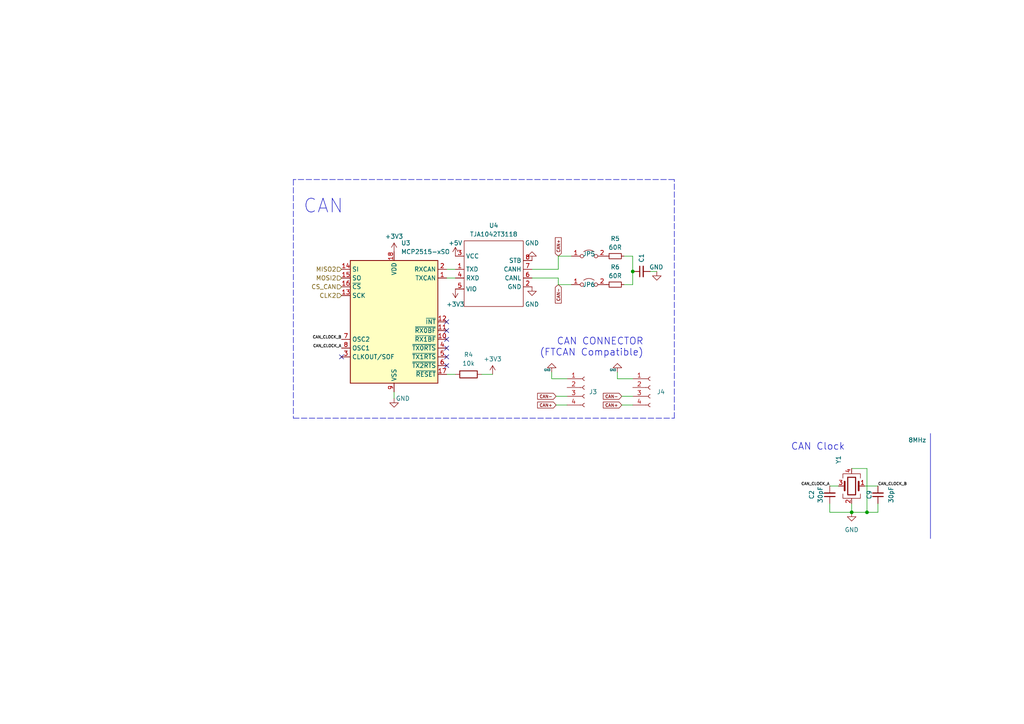
<source format=kicad_sch>
(kicad_sch (version 20211123) (generator eeschema)
  (paper "A4")
  (title_block (title "DashDash Mainboard") (date "2022-07-18") (rev "v2.0.0") (company "Churrosoft"))
  (lib_symbols
    (symbol "Connector:Conn_01x04_Female" (pin_names (offset 1.016) hide)
      (property "Reference" "J" (at 0 5.08 0))
      (property "Value" "Conn_01x04_Female" (at 0 -7.62 0))
      (symbol "Conn_01x04_Female_1_1"
        (arc (start 0 -4.572) (mid -0.508 -5.08) (end 0 -5.588) (stroke (width 0.1524)))
        (arc (start 0 -2.032) (mid -0.508 -2.54) (end 0 -3.048) (stroke (width 0.1524)))
        (polyline (pts (xy -1.27 -5.08) (xy -0.508 -5.08)) (stroke (width 0.1524)))
        (polyline (pts (xy -1.27 -2.54) (xy -0.508 -2.54)) (stroke (width 0.1524)))
        (polyline (pts (xy -1.27 0) (xy -0.508 0)) (stroke (width 0.1524)))
        (polyline (pts (xy -1.27 2.54) (xy -0.508 2.54)) (stroke (width 0.1524)))
        (arc (start 0 0.508) (mid -0.508 0) (end 0 -0.508) (stroke (width 0.1524)))
        (arc (start 0 3.048) (mid -0.508 2.54) (end 0 2.032) (stroke (width 0.1524)))
        (pin passive line (at -5.08 2.54 0) (length 3.81) (name "Pin_1") (number "1"))
        (pin passive line (at -5.08 0 0) (length 3.81) (name "Pin_2") (number "2"))
        (pin passive line (at -5.08 -2.54 0) (length 3.81) (name "Pin_3") (number "3"))
        (pin passive line (at -5.08 -5.08 0) (length 3.81) (name "Pin_4") (number "4"))
      )
    )
    (symbol "Device:C_Small" (pin_numbers hide) (pin_names (offset 0.254) hide)
      (property "Reference" "C" (at 0.254 1.778 0))
      (property "Value" "C_Small" (at 0.254 -2.032 0))
      (symbol "C_Small_0_1"
        (polyline (pts (xy -1.524 -0.508) (xy 1.524 -0.508)) (stroke (width 0.3302)))
        (polyline (pts (xy -1.524 0.508) (xy 1.524 0.508)) (stroke (width 0.3048)))
      )
      (symbol "C_Small_1_1"
        (pin passive line (at 0 2.54 270) (length 2.032) (name "~") (number "1"))
        (pin passive line (at 0 -2.54 90) (length 2.032) (name "~") (number "2"))
      )
    )
    (symbol "Device:Crystal_GND24" (pin_names (offset 1.016) hide)
      (property "Reference" "Y" (at 3.175 5.08 0))
      (property "Value" "Crystal_GND24" (at 3.175 3.175 0))
      (symbol "Crystal_GND24_0_1"
        (rectangle (start -1.143 2.54) (end 1.143 -2.54) (stroke (width 0.3048)))
        (polyline (pts (xy -2.54 0) (xy -2.032 0)))
        (polyline (pts (xy -2.032 -1.27) (xy -2.032 1.27)) (stroke (width 0.508)))
        (polyline (pts (xy 0 -3.81) (xy 0 -3.556)))
        (polyline (pts (xy 0 3.556) (xy 0 3.81)))
        (polyline (pts (xy 2.032 -1.27) (xy 2.032 1.27)) (stroke (width 0.508)))
        (polyline (pts (xy 2.032 0) (xy 2.54 0)))
        (polyline (pts (xy -2.54 -2.286) (xy -2.54 -3.556) (xy 2.54 -3.556) (xy 2.54 -2.286)))
        (polyline (pts (xy -2.54 2.286) (xy -2.54 3.556) (xy 2.54 3.556) (xy 2.54 2.286)))
      )
      (symbol "Crystal_GND24_1_1"
        (pin passive line (at -3.81 0 0) (length 1.27) (name "1") (number "1"))
        (pin passive line (at 0 5.08 270) (length 1.27) (name "2") (number "2"))
        (pin passive line (at 3.81 0 180) (length 1.27) (name "3") (number "3"))
        (pin passive line (at 0 -5.08 90) (length 1.27) (name "4") (number "4"))
      )
    )
    (symbol "Device:R" (pin_numbers hide) (pin_names (offset 0))
      (property "Reference" "R" (at 2.032 0 90))
      (property "Value" "R" (at 0 0 90))
      (symbol "R_0_1"
        (rectangle (start -1.016 -2.54) (end 1.016 2.54) (stroke (width 0.254)))
      )
      (symbol "R_1_1"
        (pin passive line (at 0 3.81 270) (length 1.27) (name "~") (number "1"))
        (pin passive line (at 0 -3.81 90) (length 1.27) (name "~") (number "2"))
      )
    )
    (symbol "Device:R_Small" (pin_numbers hide) (pin_names (offset 0.254) hide)
      (property "Reference" "R" (at 0.762 0.508 0))
      (property "Value" "R_Small" (at 0.762 -1.016 0))
      (symbol "R_Small_0_1"
        (rectangle (start -0.762 1.778) (end 0.762 -1.778) (stroke (width 0.2032)))
      )
      (symbol "R_Small_1_1"
        (pin passive line (at 0 2.54 270) (length 0.762) (name "~") (number "1"))
        (pin passive line (at 0 -2.54 90) (length 0.762) (name "~") (number "2"))
      )
    )
    (symbol "Interface_CAN_LIN:MCP2515-xSO"
      (property "Reference" "U" (at -10.16 19.685 0))
      (property "Value" "MCP2515-xSO" (at 19.05 20.32 0))
      (symbol "MCP2515-xSO_0_1"
        (rectangle (start -12.7 17.78) (end 12.7 -17.78) (stroke (width 0.254)) (fill (type background)))
      )
      (symbol "MCP2515-xSO_1_1"
        (pin output line (at 15.24 12.7 180) (length 2.54) (name "TXCAN") (number "1"))
        (pin output line (at 15.24 -5.08 180) (length 2.54) (name "~{RX1BF}") (number "10"))
        (pin output line (at 15.24 -2.54 180) (length 2.54) (name "~{RX0BF}") (number "11"))
        (pin output line (at 15.24 0 180) (length 2.54) (name "~{INT}") (number "12"))
        (pin input line (at -15.24 7.62 0) (length 2.54) (name "SCK") (number "13"))
        (pin input line (at -15.24 15.24 0) (length 2.54) (name "SI") (number "14"))
        (pin output line (at -15.24 12.7 0) (length 2.54) (name "SO") (number "15"))
        (pin input line (at -15.24 10.16 0) (length 2.54) (name "~{CS}") (number "16"))
        (pin input line (at 15.24 -15.24 180) (length 2.54) (name "~{RESET}") (number "17"))
        (pin power_in line (at 0 20.32 270) (length 2.54) (name "VDD") (number "18"))
        (pin input line (at 15.24 15.24 180) (length 2.54) (name "RXCAN") (number "2"))
        (pin output line (at -15.24 -10.16 0) (length 2.54) (name "CLKOUT/SOF") (number "3"))
        (pin input line (at 15.24 -7.62 180) (length 2.54) (name "~{TX0RTS}") (number "4"))
        (pin input line (at 15.24 -10.16 180) (length 2.54) (name "~{TX1RTS}") (number "5"))
        (pin input line (at 15.24 -12.7 180) (length 2.54) (name "~{TX2RTS}") (number "6"))
        (pin output line (at -15.24 -5.08 0) (length 2.54) (name "OSC2") (number "7"))
        (pin input line (at -15.24 -7.62 0) (length 2.54) (name "OSC1") (number "8"))
        (pin power_in line (at 0 -20.32 90) (length 2.54) (name "VSS") (number "9"))
      )
    )
    (symbol "Jumper:Jumper_2_Open" (pin_names (offset 0) hide)
      (property "Reference" "JP" (at 0 2.794 0))
      (property "Value" "Jumper_2_Open" (at 0 -2.286 0))
      (symbol "Jumper_2_Open_0_0"
        (circle (center -2.032 0) (radius 0.508))
        (circle (center 2.032 0) (radius 0.508))
      )
      (symbol "Jumper_2_Open_0_1"
        (arc (start 1.524 1.27) (mid 0 1.778) (end -1.524 1.27))
      )
      (symbol "Jumper_2_Open_1_1"
        (pin passive line (at -5.08 0 0) (length 2.54) (name "A") (number "1"))
        (pin passive line (at 5.08 0 180) (length 2.54) (name "B") (number "2"))
      )
    )
    (symbol "OpenEFI-STM32-rev3:TJA1042T3118"
      (property "Reference" "U" (at -6.35 -6.985 0))
      (property "Value" "TJA1042T3118" (at 0 8.255 0))
      (symbol "TJA1042T3118_0_1"
        (rectangle (start -8.255 10.16) (end 8.89 -8.89) (stroke (width 0.1524)))
      )
      (symbol "TJA1042T3118_1_1"
        (pin output line (at -10.795 1.905 0) (length 2.54) (name "TXD") (number "1"))
        (pin power_in line (at 11.43 -3.175 180) (length 2.54) (name "GND") (number "2"))
        (pin power_in line (at -10.795 5.715 0) (length 2.54) (name "VCC") (number "3"))
        (pin input line (at -10.795 -0.635 0) (length 2.54) (name "RXD") (number "4"))
        (pin power_in line (at -10.795 -3.81 0) (length 2.54) (name "VIO") (number "5"))
        (pin output line (at 11.43 -0.635 180) (length 2.54) (name "CANL") (number "6"))
        (pin output line (at 11.43 1.905 180) (length 2.54) (name "CANH") (number "7"))
        (pin input line (at 11.43 4.445 180) (length 2.54) (name "STB") (number "8"))
      )
    )
    (symbol "power:+3V3" (power) (pin_names (offset 0))
      (property "Value" "+3V3" (at 0 3.556 0))
      (symbol "+3V3_0_1"
        (polyline (pts (xy -0.762 1.27) (xy 0 2.54)))
        (polyline (pts (xy 0 0) (xy 0 2.54)))
        (polyline (pts (xy 0 2.54) (xy 0.762 1.27)))
      )
      (symbol "+3V3_1_1"
        (pin power_in line (at 0 0 90) (length 0) hide (name "+3V3") (number "1"))
      )
    )
    (symbol "power:+5V" (power) (pin_names (offset 0))
      (property "Value" "+5V" (at 0 3.556 0))
      (symbol "+5V_0_1"
        (polyline (pts (xy -0.762 1.27) (xy 0 2.54)))
        (polyline (pts (xy 0 0) (xy 0 2.54)))
        (polyline (pts (xy 0 2.54) (xy 0.762 1.27)))
      )
      (symbol "+5V_1_1"
        (pin power_in line (at 0 0 90) (length 0) hide (name "+5V") (number "1"))
      )
    )
    (symbol "power:GND" (power) (pin_names (offset 0))
      (property "Value" "GND" (at 0 -3.81 0))
      (symbol "GND_0_1"
        (polyline (pts (xy 0 0) (xy 0 -1.27) (xy 1.27 -1.27) (xy 0 -2.54) (xy -1.27 -1.27) (xy 0 -1.27)))
      )
      (symbol "GND_1_1"
        (pin power_in line (at 0 0 270) (length 0) hide (name "GND") (number "1"))
      )
    )
  )
  (junction (at 183.515 78.74) (diameter 0.9144))
  (junction (at 251.46 148.59))
  (junction (at 247.015 148.59))
  (no_connect (at 129.54 98.425))
  (no_connect (at 129.54 93.345))
  (no_connect (at 129.54 100.965))
  (no_connect (at 129.54 106.045))
  (no_connect (at 129.54 95.885))
  (no_connect (at 99.06 103.505))
  (no_connect (at 129.54 103.505))
  (polyline (pts (xy 85.09 52.07) (xy 85.09 121.285)))
  (polyline (pts (xy 269.875 156.21) (xy 269.875 125.73)) (stroke (width 0) (type solid)))
  (wire (pts (xy 161.29 117.475) (xy 164.465 117.475)))
  (polyline (pts (xy 195.58 52.07) (xy 85.09 52.07)))
  (wire (pts (xy 247.015 148.59) (xy 240.665 148.59)))
  (wire (pts (xy 129.54 108.585) (xy 132.08 108.585)))
  (wire (pts (xy 250.825 140.97) (xy 254.635 140.97)))
  (wire (pts (xy 160.02 109.855) (xy 164.465 109.855)))
  (wire (pts (xy 183.515 74.295) (xy 180.975 74.295)))
  (wire (pts (xy 154.305 80.645) (xy 161.925 80.645)))
  (wire (pts (xy 139.7 108.585) (xy 142.875 108.585)))
  (wire (pts (xy 180.34 114.935) (xy 183.515 114.935)))
  (wire (pts (xy 247.015 146.05) (xy 247.015 148.59)))
  (wire (pts (xy 132.08 80.645) (xy 129.54 80.645)))
  (wire (pts (xy 179.07 107.95) (xy 179.07 109.855)))
  (wire (pts (xy 183.515 82.55) (xy 183.515 78.74)))
  (polyline (pts (xy 85.09 121.285) (xy 195.58 121.285)))
  (wire (pts (xy 240.665 140.97) (xy 243.205 140.97)))
  (wire (pts (xy 179.07 109.855) (xy 183.515 109.855)))
  (wire (pts (xy 183.515 78.74) (xy 183.515 74.295)))
  (wire (pts (xy 161.29 114.935) (xy 164.465 114.935)))
  (wire (pts (xy 160.02 107.95) (xy 160.02 109.855)))
  (wire (pts (xy 251.46 148.59) (xy 247.015 148.59)))
  (wire (pts (xy 240.665 148.59) (xy 240.665 146.05)))
  (wire (pts (xy 251.46 135.89) (xy 251.46 148.59)))
  (wire (pts (xy 190.5 78.74) (xy 188.595 78.74)))
  (wire (pts (xy 254.635 148.59) (xy 251.46 148.59)))
  (wire (pts (xy 161.925 82.55) (xy 165.735 82.55)))
  (wire (pts (xy 154.305 78.105) (xy 161.925 78.105)))
  (wire (pts (xy 180.34 117.475) (xy 183.515 117.475)))
  (wire (pts (xy 161.925 74.295) (xy 165.735 74.295)))
  (wire (pts (xy 161.925 82.55) (xy 161.925 80.645)))
  (wire (pts (xy 247.015 135.89) (xy 251.46 135.89)))
  (wire (pts (xy 161.925 78.105) (xy 161.925 74.295)))
  (wire (pts (xy 180.975 82.55) (xy 183.515 82.55)))
  (wire (pts (xy 254.635 146.05) (xy 254.635 148.59)))
  (wire (pts (xy 114.3 113.665) (xy 114.3 115.57)))
  (polyline (pts (xy 195.58 121.285) (xy 195.58 52.07)))
  (wire (pts (xy 129.54 78.105) (xy 132.08 78.105)))
  (text "CAN" (at 99.695 62.23 180) (effects (font (size 4 4)) (justify right bottom)))
  (text "CAN Clock" (at 245.11 130.81 180) (effects (font (size 2 2)) (justify right bottom)))
  (text "CAN CONNECTOR\n(FTCAN Compatible)" (at 186.69 103.505 180) (effects (font (size 2 2)) (justify right bottom)))
  (label "CAN_CLOCK_A" (at 99.06 100.965 180) (effects (font (size 0.8 0.8))))
  (label "CAN_CLOCK_A" (at 240.665 140.97 180) (effects (font (size 0.8 0.8))))
  (label "CAN_CLOCK_B" (at 99.06 98.425 180) (effects (font (size 0.8 0.8))))
  (label "CAN_CLOCK_B" (at 254.635 140.97 0) (effects (font (size 0.8 0.8))))
  (global_label "CAN-" (shape input) (at 161.925 82.55 270) (effects (font (size 0.889 0.889))) (property "Intersheet References" "${INTERSHEET_REFS}" (effects hide)))
  (global_label "CAN+" (shape input) (at 161.29 117.475 180) (effects (font (size 0.889 0.889))) (property "Intersheet References" "${INTERSHEET_REFS}" (effects hide)))
  (global_label "CAN+" (shape input) (at 180.34 117.475 180) (effects (font (size 0.889 0.889))) (property "Intersheet References" "${INTERSHEET_REFS}" (effects hide)))
  (global_label "CAN-" (shape input) (at 180.34 114.935 180) (effects (font (size 0.889 0.889))) (property "Intersheet References" "${INTERSHEET_REFS}" (effects hide)))
  (global_label "CAN+" (shape input) (at 161.925 74.295 90) (effects (font (size 0.889 0.889))) (property "Intersheet References" "${INTERSHEET_REFS}" (effects hide)))
  (global_label "CAN-" (shape input) (at 161.29 114.935 180) (effects (font (size 0.889 0.889))) (property "Intersheet References" "${INTERSHEET_REFS}" (effects hide)))
  (hierarchical_label "CS_CAN" (shape input) (at 99.06 83.185 180))
  (hierarchical_label "MISO2" (shape input) (at 99.06 78.105 180))
  (hierarchical_label "MOSI2" (shape input) (at 99.06 80.645 180))
  (hierarchical_label "CLK2" (shape input) (at 99.06 85.725 180))
  (symbol (lib_id "power:GND") (at 114.3 115.57 0) (unit 1)
    (property "Reference" "#PWR012" (effects hide))
    (property "Value" "GND" (at 116.84 115.57 0))
  )
  (symbol (lib_id "Device:C_Small") (at 254.635 143.51 180) (unit 1)
    (property "Reference" "C9" (at 252.095 143.51 90))
    (property "Value" "30pF" (at 258.445 143.51 90))
    (property "Footprint" "Capacitor_SMD:C_0603_1608Metric" (effects hide))
  )
  (symbol (lib_id "power:GND") (at 190.5 78.74 0) (unit 1)
    (property "Reference" "#PWR023" (effects hide))
    (property "Value" "GND" (at 192.405 77.47 0) (effects (justify right)))
  )
  (symbol (lib_id "power:GND") (at 160.02 107.95 180) (unit 1)
    (property "Reference" "#PWR020" (effects hide))
    (property "Value" "GND" (at 158.75 107.315 0) (effects (font (size 0.6 0.6))))
  )
  (symbol (lib_id "power:GND") (at 179.07 107.95 180) (unit 1)
    (property "Reference" "#PWR024" (effects hide))
    (property "Value" "GND" (at 177.8 107.315 0) (effects (font (size 0.6 0.6))))
  )
  (symbol (lib_id "Connector:Conn_01x04_Female") (at 169.545 112.395 0) (unit 1)
    (property "Reference" "J3" (at 170.815 113.6649 0) (effects (justify left)))
    (property "Value" "Conn_01x04_Female" (effects hide))
    (property "Footprint" "Connector_Molex:Molex_Mini-Fit_Jr_5569-04A1_2x02_P4.20mm_Horizontal" (effects hide))
  )
  (symbol (lib_id "Jumper:Jumper_2_Open") (at 170.815 82.55 0) (unit 1)
    (property "Reference" "JP6" (at 170.815 82.55 0))
    (property "Value" "Jumper_2_Open" (effects hide))
    (property "Footprint" "Jumper:SolderJumper-2_P1.3mm_Open_RoundedPad1.0x1.5mm" (effects hide))
  )
  (symbol (lib_id "Device:C_Small") (at 186.055 78.74 90) (unit 1)
    (property "Reference" "C1" (at 186.055 76.2 0) (effects (justify left)))
    (property "Value" "4.7nF" (effects hide))
    (property "Footprint" "Capacitor_SMD:C_0805_2012Metric" (effects hide))
    (property "LCSC" "C77475" (effects hide))
  )
  (symbol (lib_id "Interface_CAN_LIN:MCP2515-xSO") (at 114.3 93.345 0) (unit 1)
    (property "Reference" "U3" (at 116.3194 70.485 0) (effects (justify left)))
    (property "Value" "MCP2515-xSO" (at 116.3194 73.025 0) (effects (justify left)))
    (property "Footprint" "Package_SO:SOIC-18W_7.5x11.6mm_P1.27mm" (effects hide))
    (property "Datasheet" "http://ww1.microchip.com/downloads/en/DeviceDoc/21801e.pdf" (effects hide))
  )
  (symbol (lib_id "power:+5V") (at 132.08 74.295 0) (unit 1)
    (property "Reference" "#PWR013" (effects hide))
    (property "Value" "+5V" (at 132.08 70.485 0))
  )
  (symbol (lib_id "Device:R") (at 135.89 108.585 90) (unit 1)
    (property "Reference" "R4" (at 135.89 102.87 90))
    (property "Value" "10k" (at 135.89 105.41 90))
    (property "Footprint" "Resistor_SMD:R_0603_1608Metric" (effects hide))
  )
  (symbol (lib_id "Device:C_Small") (at 240.665 143.51 180) (unit 1)
    (property "Reference" "C2" (at 235.4031 143.5037 90))
    (property "Value" "30pF" (at 237.94 143.5037 90))
    (property "Footprint" "Capacitor_SMD:C_0603_1608Metric" (effects hide))
  )
  (symbol (lib_id "Device:R_Small") (at 178.435 74.295 270) (unit 1)
    (property "Reference" "R5" (at 178.435 69.215 90))
    (property "Value" "60R" (at 178.435 71.755 90))
    (property "Footprint" "Resistor_SMD:R_1206_3216Metric" (effects hide))
  )
  (symbol (lib_id "power:GND") (at 247.015 148.59 0) (unit 1)
    (property "Reference" "#PWR026" (effects hide))
    (property "Value" "GND" (at 247.015 153.67 0))
  )
  (symbol (lib_id "Device:Crystal_GND24") (at 247.015 140.97 180) (unit 1)
    (property "Reference" "Y1" (at 243.1883 133.3311 90))
    (property "Value" "8MHz" (at 266.065 127.635 0))
    (property "Footprint" "Crystal:Crystal_SMD_3225-4Pin_3.2x2.5mm" (effects hide))
    (property "LCSC" "C9002" (effects hide))
  )
  (symbol (lib_id "Jumper:Jumper_2_Open") (at 170.815 74.295 0) (unit 1)
    (property "Reference" "JP5" (at 170.815 73.66 0))
    (property "Value" "Jumper_2_Open" (effects hide))
    (property "Footprint" "Jumper:SolderJumper-2_P1.3mm_Open_RoundedPad1.0x1.5mm" (effects hide))
  )
  (symbol (lib_id "power:GND") (at 154.305 75.565 180) (unit 1)
    (property "Reference" "#PWR017" (effects hide))
    (property "Value" "GND" (at 154.305 70.485 0))
  )
  (symbol (lib_id "OpenEFI-STM32-rev3:TJA1042T3118") (at 142.875 80.01 0) (unit 1)
    (property "Reference" "U4" (at 143.1925 65.405 0))
    (property "Value" "TJA1042T3118" (at 143.1925 67.945 0))
    (property "Footprint" "Package_SO:HTSOP-8-1EP_3.9x4.9mm_P1.27mm_EP2.4x3.2mm" (effects hide))
  )
  (symbol (lib_id "power:+3V3") (at 142.875 108.585 0) (unit 1)
    (property "Reference" "#PWR016" (effects hide))
    (property "Value" "+3V3" (at 142.875 104.14 0))
  )
  (symbol (lib_id "power:GND") (at 154.305 83.185 0) (unit 1)
    (property "Reference" "#PWR019" (effects hide))
    (property "Value" "GND" (at 154.305 88.265 0))
  )
  (symbol (lib_id "Device:R_Small") (at 178.435 82.55 270) (unit 1)
    (property "Reference" "R6" (at 178.435 77.47 90))
    (property "Value" "60R" (at 178.435 80.01 90))
    (property "Footprint" "Resistor_SMD:R_1206_3216Metric" (effects hide))
  )
  (symbol (lib_id "power:+3V3") (at 114.3 73.025 0) (unit 1)
    (property "Reference" "#PWR01" (effects hide))
    (property "Value" "+3V3" (at 114.3 68.58 0))
  )
  (symbol (lib_id "power:+3V3") (at 132.08 83.82 180) (unit 1)
    (property "Reference" "#PWR015" (effects hide))
    (property "Value" "+3V3" (at 132.08 88.265 0))
  )
  (symbol (lib_id "Connector:Conn_01x04_Female") (at 188.595 112.395 0) (unit 1)
    (property "Reference" "J4" (at 190.5 113.6649 0) (effects (justify left)))
    (property "Value" "Conn_01x04_Female" (effects hide))
    (property "Footprint" "Connector_Molex:Molex_Mini-Fit_Jr_5569-04A1_2x02_P4.20mm_Horizontal" (effects hide))
  )
)
</source>
